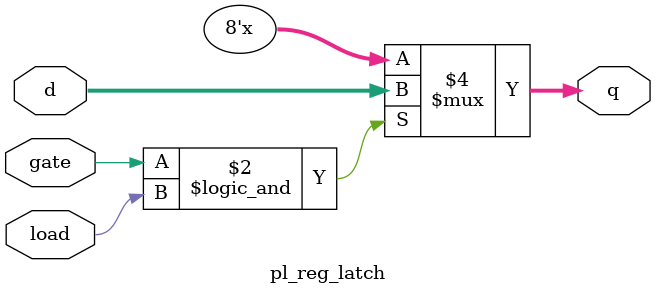
<source format=sv>
module pl_reg_latch #(parameter W=8) (
    input gate, load,
    input [W-1:0] d,
    output reg [W-1:0] q
);
always @*
    if (gate && load) q = d;
endmodule
</source>
